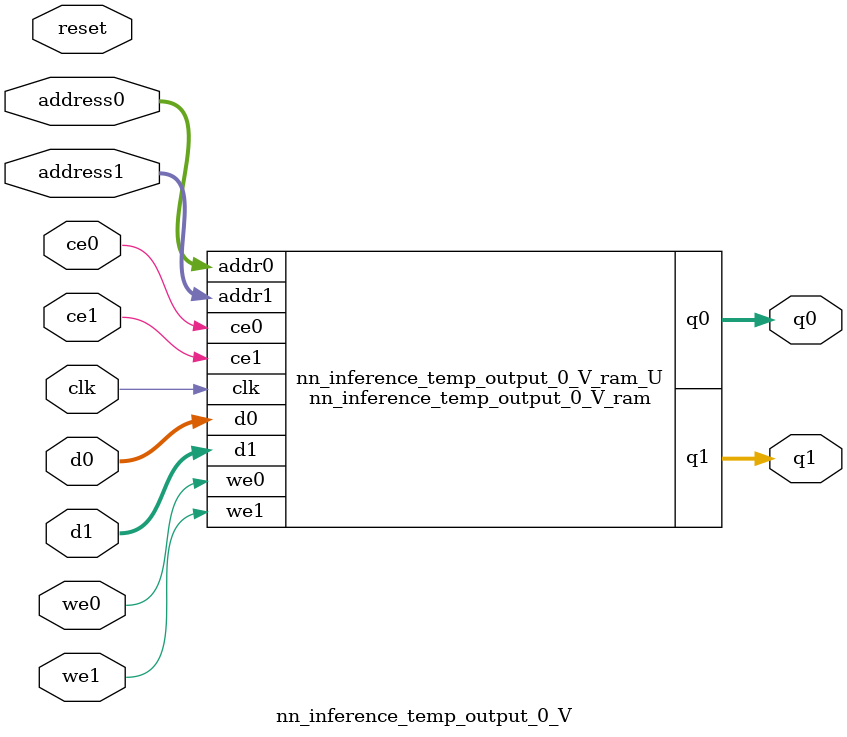
<source format=v>
`timescale 1 ns / 1 ps
module nn_inference_temp_output_0_V_ram (addr0, ce0, d0, we0, q0, addr1, ce1, d1, we1, q1,  clk);

parameter DWIDTH = 32;
parameter AWIDTH = 6;
parameter MEM_SIZE = 64;

input[AWIDTH-1:0] addr0;
input ce0;
input[DWIDTH-1:0] d0;
input we0;
output reg[DWIDTH-1:0] q0;
input[AWIDTH-1:0] addr1;
input ce1;
input[DWIDTH-1:0] d1;
input we1;
output reg[DWIDTH-1:0] q1;
input clk;

reg [DWIDTH-1:0] ram[0:MEM_SIZE-1];




always @(posedge clk)  
begin 
    if (ce0) begin
        if (we0) 
            ram[addr0] <= d0; 
        q0 <= ram[addr0];
    end
end


always @(posedge clk)  
begin 
    if (ce1) begin
        if (we1) 
            ram[addr1] <= d1; 
        q1 <= ram[addr1];
    end
end


endmodule

`timescale 1 ns / 1 ps
module nn_inference_temp_output_0_V(
    reset,
    clk,
    address0,
    ce0,
    we0,
    d0,
    q0,
    address1,
    ce1,
    we1,
    d1,
    q1);

parameter DataWidth = 32'd32;
parameter AddressRange = 32'd64;
parameter AddressWidth = 32'd6;
input reset;
input clk;
input[AddressWidth - 1:0] address0;
input ce0;
input we0;
input[DataWidth - 1:0] d0;
output[DataWidth - 1:0] q0;
input[AddressWidth - 1:0] address1;
input ce1;
input we1;
input[DataWidth - 1:0] d1;
output[DataWidth - 1:0] q1;



nn_inference_temp_output_0_V_ram nn_inference_temp_output_0_V_ram_U(
    .clk( clk ),
    .addr0( address0 ),
    .ce0( ce0 ),
    .we0( we0 ),
    .d0( d0 ),
    .q0( q0 ),
    .addr1( address1 ),
    .ce1( ce1 ),
    .we1( we1 ),
    .d1( d1 ),
    .q1( q1 ));

endmodule


</source>
